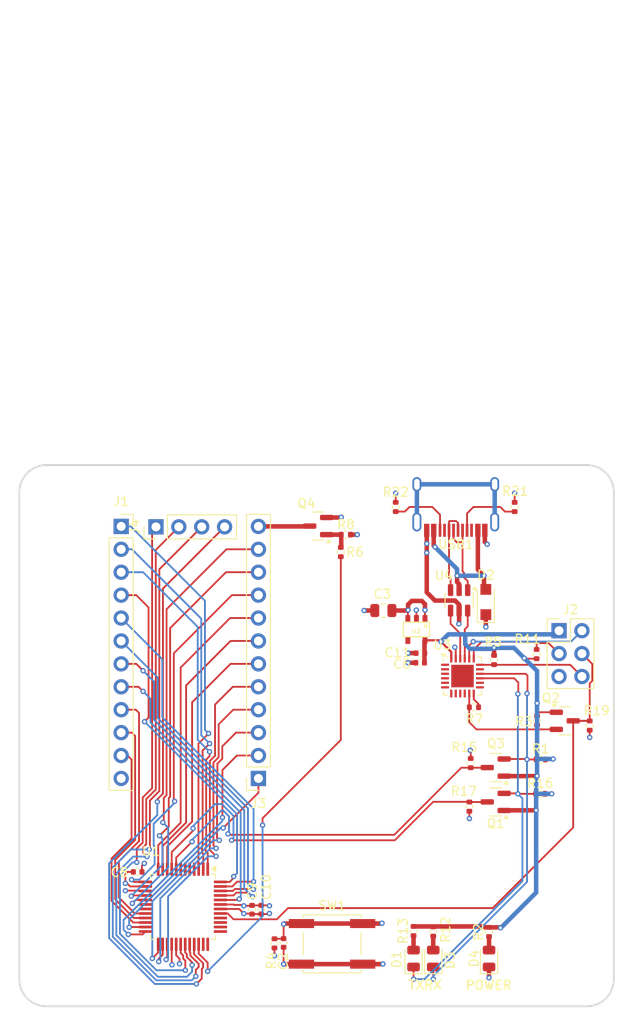
<source format=kicad_pcb>
(kicad_pcb
	(version 20240108)
	(generator "pcbnew")
	(generator_version "8.0")
	(general
		(thickness 1.6)
		(legacy_teardrops no)
	)
	(paper "A4")
	(layers
		(0 "F.Cu" signal)
		(1 "In1.Cu" signal)
		(2 "In2.Cu" signal)
		(31 "B.Cu" signal)
		(32 "B.Adhes" user "B.Adhesive")
		(33 "F.Adhes" user "F.Adhesive")
		(34 "B.Paste" user)
		(35 "F.Paste" user)
		(36 "B.SilkS" user "B.Silkscreen")
		(37 "F.SilkS" user "F.Silkscreen")
		(38 "B.Mask" user)
		(39 "F.Mask" user)
		(40 "Dwgs.User" user "User.Drawings")
		(41 "Cmts.User" user "User.Comments")
		(42 "Eco1.User" user "User.Eco1")
		(43 "Eco2.User" user "User.Eco2")
		(44 "Edge.Cuts" user)
		(45 "Margin" user)
		(46 "B.CrtYd" user "B.Courtyard")
		(47 "F.CrtYd" user "F.Courtyard")
		(48 "B.Fab" user)
		(49 "F.Fab" user)
		(50 "User.1" user)
		(51 "User.2" user)
		(52 "User.3" user)
		(53 "User.4" user)
		(54 "User.5" user)
		(55 "User.6" user)
		(56 "User.7" user)
		(57 "User.8" user)
		(58 "User.9" user)
	)
	(setup
		(stackup
			(layer "F.SilkS"
				(type "Top Silk Screen")
			)
			(layer "F.Paste"
				(type "Top Solder Paste")
			)
			(layer "F.Mask"
				(type "Top Solder Mask")
				(thickness 0.01)
			)
			(layer "F.Cu"
				(type "copper")
				(thickness 0.035)
			)
			(layer "dielectric 1"
				(type "prepreg")
				(thickness 0.1)
				(material "FR4")
				(epsilon_r 4.5)
				(loss_tangent 0.02)
			)
			(layer "In1.Cu"
				(type "copper")
				(thickness 0.035)
			)
			(layer "dielectric 2"
				(type "core")
				(thickness 1.24)
				(material "FR4")
				(epsilon_r 4.5)
				(loss_tangent 0.02)
			)
			(layer "In2.Cu"
				(type "copper")
				(thickness 0.035)
			)
			(layer "dielectric 3"
				(type "prepreg")
				(thickness 0.1)
				(material "FR4")
				(epsilon_r 4.5)
				(loss_tangent 0.02)
			)
			(layer "B.Cu"
				(type "copper")
				(thickness 0.035)
			)
			(layer "B.Mask"
				(type "Bottom Solder Mask")
				(thickness 0.01)
			)
			(layer "B.Paste"
				(type "Bottom Solder Paste")
			)
			(layer "B.SilkS"
				(type "Bottom Silk Screen")
			)
			(copper_finish "None")
			(dielectric_constraints no)
		)
		(pad_to_mask_clearance 0)
		(allow_soldermask_bridges_in_footprints no)
		(pcbplotparams
			(layerselection 0x00010fc_ffffffff)
			(plot_on_all_layers_selection 0x0000000_00000000)
			(disableapertmacros no)
			(usegerberextensions no)
			(usegerberattributes yes)
			(usegerberadvancedattributes yes)
			(creategerberjobfile yes)
			(dashed_line_dash_ratio 12.000000)
			(dashed_line_gap_ratio 3.000000)
			(svgprecision 4)
			(plotframeref no)
			(viasonmask no)
			(mode 1)
			(useauxorigin no)
			(hpglpennumber 1)
			(hpglpenspeed 20)
			(hpglpendiameter 15.000000)
			(pdf_front_fp_property_popups yes)
			(pdf_back_fp_property_popups yes)
			(dxfpolygonmode yes)
			(dxfimperialunits yes)
			(dxfusepcbnewfont yes)
			(psnegative no)
			(psa4output no)
			(plotreference yes)
			(plotvalue yes)
			(plotfptext yes)
			(plotinvisibletext no)
			(sketchpadsonfab no)
			(subtractmaskfromsilk no)
			(outputformat 1)
			(mirror no)
			(drillshape 1)
			(scaleselection 1)
			(outputdirectory "")
		)
	)
	(net 0 "")
	(net 1 "GND")
	(net 2 "/RESETN")
	(net 3 "+5V")
	(net 4 "+3V3")
	(net 5 "/RX0")
	(net 6 "/TX0")
	(net 7 "/TX_D11")
	(net 8 "/RX_D11")
	(net 9 "/UPDI")
	(net 10 "/TX_UPDI")
	(net 11 "/D1")
	(net 12 "/RX_UPDI")
	(net 13 "/A8")
	(net 14 "/A0")
	(net 15 "/D0")
	(net 16 "/A6")
	(net 17 "unconnected-(U1-RST{slash}PF06-Pad40)")
	(net 18 "/D3")
	(net 19 "/A1")
	(net 20 "/A5")
	(net 21 "/A11")
	(net 22 "/A3")
	(net 23 "unconnected-(U1-PC06-Pad18)")
	(net 24 "/A10")
	(net 25 "/A7")
	(net 26 "/A9")
	(net 27 "unconnected-(U1-PC07-Pad19)")
	(net 28 "/D4")
	(net 29 "unconnected-(U1-PF05-Pad39)")
	(net 30 "/D2")
	(net 31 "/A2")
	(net 32 "Net-(J2-Pin_6)")
	(net 33 "Net-(J2-Pin_2)")
	(net 34 "Net-(J2-Pin_3)")
	(net 35 "unconnected-(U3A-PA16-Pad13)")
	(net 36 "/D6")
	(net 37 "unconnected-(U3A-PA04-Pad3)")
	(net 38 "unconnected-(U3A-PA07-Pad6)")
	(net 39 "unconnected-(U3A-PA05-Pad4)")
	(net 40 "unconnected-(U3A-PA10-Pad9)")
	(net 41 "/USB_N")
	(net 42 "unconnected-(U3A-PA17-Pad14)")
	(net 43 "unconnected-(U3A-PA09{slash}XOUT32-Pad8)")
	(net 44 "unconnected-(U3A-PA08{slash}XIN32-Pad7)")
	(net 45 "unconnected-(U3A-PA27-Pad17)")
	(net 46 "unconnected-(U3A-PA06-Pad5)")
	(net 47 "unconnected-(U3A-PA02-Pad1)")
	(net 48 "unconnected-(U3A-PA11-Pad10)")
	(net 49 "unconnected-(U3A-PA03-Pad2)")
	(net 50 "Net-(USB1-CC1)")
	(net 51 "Net-(USB1-CC2)")
	(net 52 "/VUSB")
	(net 53 "Net-(USB1-DP1)")
	(net 54 "Net-(USB1-DN1)")
	(net 55 "unconnected-(USB1-SBU2-Pad3)")
	(net 56 "unconnected-(USB1-SHIELD-Pad13)")
	(net 57 "unconnected-(USB1-SBU1-Pad9)")
	(net 58 "/A12")
	(net 59 "/A13")
	(net 60 "/D5")
	(net 61 "/D7")
	(net 62 "/A-1")
	(net 63 "/~{OE}")
	(net 64 "unconnected-(U1-PF01-Pad35)")
	(net 65 "unconnected-(U1-PF04-Pad38)")
	(net 66 "/~{BYTE}")
	(net 67 "/~{WE}")
	(net 68 "unconnected-(U1-PF03-Pad37)")
	(net 69 "unconnected-(U1-PF02-Pad36)")
	(net 70 "Net-(D1-A)")
	(net 71 "Net-(D3-A)")
	(net 72 "Net-(D4-A)")
	(net 73 "/USB_P")
	(net 74 "/A4")
	(net 75 "Net-(Q4-G)")
	(net 76 "/~{VCC_EN}")
	(net 77 "/VCC_EN")
	(net 78 "unconnected-(USB1-SHIELD-Pad13)_1")
	(net 79 "unconnected-(USB1-SHIELD-Pad13)_2")
	(net 80 "unconnected-(USB1-SHIELD-Pad13)_3")
	(net 81 "unconnected-(U1-PB03-Pad7)")
	(net 82 "unconnected-(U1-PB00-Pad4)")
	(net 83 "unconnected-(U1-PB01-Pad5)")
	(net 84 "unconnected-(U1-PB02-Pad6)")
	(footprint "Connector_PinSocket_2.54mm:PinSocket_1x12_P2.54mm_Vertical" (layer "F.Cu") (at 50.546 62.738 180))
	(footprint "Resistor_SMD:R_0402_1005Metric" (layer "F.Cu") (at 74.1172 61.0392 90))
	(footprint "Resistor_SMD:R_0402_1005Metric" (layer "F.Cu") (at 73.9648 65.8652 -90))
	(footprint "MountingHole:MountingHole_3mm" (layer "F.Cu") (at 87 31))
	(footprint "Connector_PinSocket_2.54mm:PinSocket_1x12_P2.54mm_Vertical" (layer "F.Cu") (at 35.306 34.798))
	(footprint "Diode_SMD:Nexperia_CFP3_SOD-123W" (layer "F.Cu") (at 75.7936 43.182 90))
	(footprint "Package_TO_SOT_SMD:SOT-23" (layer "F.Cu") (at 76.8881 61.534 180))
	(footprint "Package_TO_SOT_SMD:SOT-23" (layer "F.Cu") (at 57.1777 34.7624 180))
	(footprint "MountingHole:MountingHole_3mm" (layer "F.Cu") (at 27 85))
	(footprint "Resistor_SMD:R_0402_1005Metric" (layer "F.Cu") (at 52.324 81.024 -90))
	(footprint "ROM_Emulator_programmer:SW_Push_1P1T_NO_CK_K2-1102SP-C4SC-04" (layer "F.Cu") (at 58.7248 81.0768 180))
	(footprint "Resistor_SMD:R_0402_1005Metric" (layer "F.Cu") (at 65.786 32.642 -90))
	(footprint "Resistor_SMD:R_0402_1005Metric" (layer "F.Cu") (at 76.1492 79.76 90))
	(footprint "Resistor_SMD:R_0402_1005Metric" (layer "F.Cu") (at 81.8388 64.4448))
	(footprint "Package_TO_SOT_SMD:SOT-23" (layer "F.Cu") (at 76.8881 65.344 180))
	(footprint "Resistor_SMD:R_0402_1005Metric" (layer "F.Cu") (at 87.3252 56.8776 -90))
	(footprint "Capacitor_SMD:C_0402_1005Metric" (layer "F.Cu") (at 68.5012 49.916))
	(footprint "Connector_PinHeader_2.54mm:PinHeader_2x03_P2.54mm_Vertical" (layer "F.Cu") (at 83.9216 46.36))
	(footprint "Capacitor_SMD:C_0402_1005Metric" (layer "F.Cu") (at 49.8348 77.2948 -90))
	(footprint "Resistor_SMD:R_0402_1005Metric" (layer "F.Cu") (at 81.8896 60.6348))
	(footprint "LED_SMD:LED_0805_2012Metric" (layer "F.Cu") (at 76.1492 82.7044 90))
	(footprint "Resistor_SMD:R_0402_1005Metric" (layer "F.Cu") (at 74.4748 54.8436))
	(footprint "Package_TO_SOT_SMD:SOT-23" (layer "F.Cu") (at 84.5543 56.3524))
	(footprint "Package_DFN_QFN:HVQFN-24-1EP_4x4mm_P0.5mm_EP2.5x2.5mm" (layer "F.Cu") (at 73.2028 51.3892))
	(footprint "Package_TO_SOT_SMD:SOT-23-6" (layer "F.Cu") (at 72.828 42.9945 -90))
	(footprint "ROM_Emulator_programmer:HRO-TYPE-C-31-M-12" (layer "F.Cu") (at 72.458 27.532 180))
	(footprint "Resistor_SMD:R_0402_1005Metric" (layer "F.Cu") (at 81.4832 56.3168 90))
	(footprint "LED_SMD:LED_0805_2012Metric" (layer "F.Cu") (at 69.9516 82.7044 90))
	(footprint "MountingHole:MountingHole_3mm" (layer "F.Cu") (at 27 31))
	(footprint "Connector_PinHeader_2.54mm:PinHeader_1x04_P2.54mm_Vertical" (layer "F.Cu") (at 39.1668 34.8488 90))
	(footprint "Package_QFP:TQFP-48_7x7mm_P0.5mm" (layer "F.Cu") (at 42.164 76.962 -90))
	(footprint "MountingHole:MountingHole_3mm" (layer "F.Cu") (at 87 85))
	(footprint "Capacitor_SMD:C_0402_1005Metric" (layer "F.Cu") (at 50.8508 77.2896 -90))
	(footprint "Resistor_SMD:R_0402_1005Metric" (layer "F.Cu") (at 59.69 37.6428 -90))
	(footprint "Resistor_SMD:R_0402_1005Metric"
		(layer "F.Cu")
		(uuid "b697d376-6d88-41a2-b71f-f416cf3d0014")
		(at 76.708 49.6092 90)
		(descr "Resistor SMD 0402 (1005 Metric), square (rectangular) end terminal, IPC_7351 nominal, (Body size source: IPC-SM-782 page 72, https://www.pcb-3d.com/wordpress/wp-content/uploads/ipc-sm-782a_amendment_1_and_2.pdf), generated with kicad-footprint-generator")
		(tags "resistor")
		(property "Reference" "R5"
			(at 2.0096 -0.1016 180)
			(layer "F.SilkS")
			(uuid "1b7f2603-0f59-49a8-a901-c086ce209189")
			(effects
				(font
					(size 1 1)
					(thickness 0.15)
				)
			)
		)
		(property "Value" "4k7"
			(at 0 1.17 90)
			(layer "F.Fab")
			(uuid "17b7bd44-6976-4ad6-86fd-1ef6625b57e9")
			(effects
				(font
					(size 1 1)
					(thickness 0.15)
				)
			)
		)
		(property "Footprint" "Resistor_SMD:R_0402_1005Metric"
			(at 0 0 90)
			(unlocked yes
... [433099 chars truncated]
</source>
